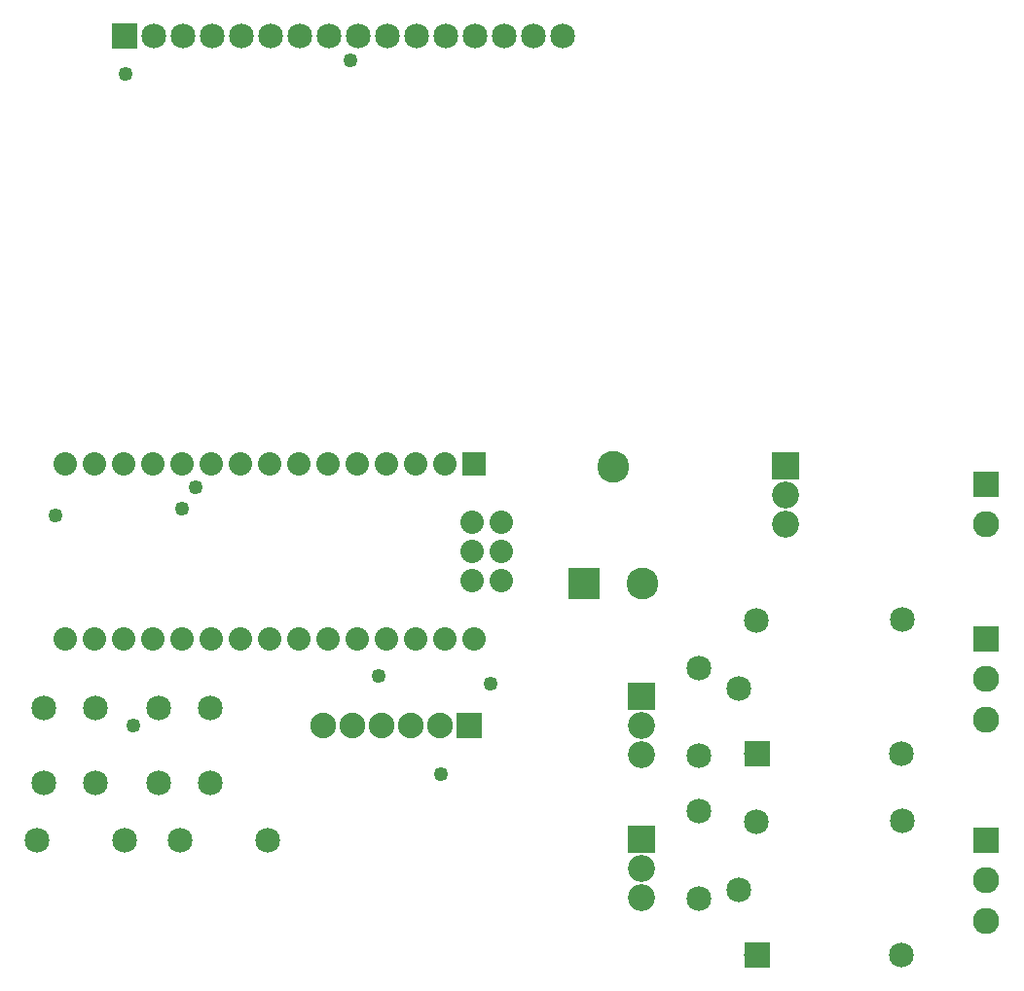
<source format=gts>
G04 MADE WITH FRITZING*
G04 WWW.FRITZING.ORG*
G04 DOUBLE SIDED*
G04 HOLES PLATED*
G04 CONTOUR ON CENTER OF CONTOUR VECTOR*
%ASAXBY*%
%FSLAX23Y23*%
%MOIN*%
%OFA0B0*%
%SFA1.0B1.0*%
%ADD10C,0.085000*%
%ADD11C,0.088000*%
%ADD12C,0.109000*%
%ADD13C,0.080000*%
%ADD14C,0.090000*%
%ADD15C,0.092000*%
%ADD16C,0.049370*%
%ADD17R,0.085000X0.085000*%
%ADD18R,0.088000X0.088000*%
%ADD19R,0.109000X0.109000*%
%ADD20R,0.080000X0.079958*%
%ADD21R,0.090000X0.090000*%
%ADD22R,0.092000X0.092000*%
%LNMASK1*%
G90*
G70*
G54D10*
X367Y3302D03*
X467Y3302D03*
X567Y3302D03*
X667Y3302D03*
X767Y3302D03*
X867Y3302D03*
X967Y3302D03*
X1067Y3302D03*
X1167Y3302D03*
X1267Y3302D03*
X1367Y3302D03*
X1467Y3302D03*
X1567Y3302D03*
X1667Y3302D03*
X1767Y3302D03*
X1867Y3302D03*
G54D11*
X1548Y940D03*
X1448Y940D03*
X1348Y940D03*
X1248Y940D03*
X1148Y940D03*
X1048Y940D03*
G54D12*
X2140Y1425D03*
X1940Y1425D03*
X2040Y1825D03*
G54D13*
X1563Y1835D03*
X1463Y1835D03*
X1363Y1835D03*
X1263Y1835D03*
X1163Y1835D03*
X1063Y1835D03*
X963Y1835D03*
X863Y1835D03*
X763Y1835D03*
X663Y1835D03*
X563Y1835D03*
X463Y1835D03*
X363Y1835D03*
X263Y1835D03*
X163Y1835D03*
X1563Y1235D03*
X1463Y1235D03*
X1363Y1235D03*
X1263Y1235D03*
X1163Y1235D03*
X1063Y1235D03*
X963Y1235D03*
X863Y1235D03*
X763Y1235D03*
X663Y1235D03*
X563Y1235D03*
X463Y1235D03*
X363Y1235D03*
X263Y1235D03*
X163Y1235D03*
X1659Y1635D03*
X1559Y1635D03*
X1659Y1535D03*
X1559Y1535D03*
X1659Y1434D03*
X1559Y1434D03*
G54D10*
X662Y999D03*
X662Y743D03*
X485Y999D03*
X485Y743D03*
X268Y999D03*
X268Y743D03*
X91Y999D03*
X91Y743D03*
X2532Y841D03*
X3026Y841D03*
X3031Y1302D03*
X2470Y1064D03*
X2532Y1297D03*
G54D14*
X3319Y546D03*
X3319Y408D03*
X3319Y270D03*
X3319Y1235D03*
X3319Y1097D03*
X3319Y959D03*
G54D10*
X67Y546D03*
X367Y546D03*
X559Y546D03*
X859Y546D03*
G54D14*
X3319Y1766D03*
X3319Y1629D03*
G54D15*
X2138Y547D03*
X2138Y447D03*
X2138Y347D03*
X2138Y1040D03*
X2138Y940D03*
X2138Y840D03*
G54D10*
X2335Y836D03*
X2335Y1136D03*
X2335Y344D03*
X2335Y644D03*
X2532Y152D03*
X3026Y152D03*
X3031Y613D03*
X2470Y375D03*
X2532Y608D03*
G54D15*
X2630Y1827D03*
X2630Y1727D03*
X2630Y1627D03*
G54D16*
X1452Y771D03*
X612Y1755D03*
X372Y3171D03*
X1620Y1083D03*
X132Y1659D03*
X1236Y1107D03*
X1140Y3219D03*
X396Y939D03*
X564Y1683D03*
G54D17*
X366Y3302D03*
G54D18*
X1548Y940D03*
G54D19*
X1940Y1425D03*
G54D20*
X1563Y1835D03*
G54D17*
X2533Y841D03*
G54D21*
X3319Y546D03*
X3319Y1235D03*
X3319Y1766D03*
G54D22*
X2138Y547D03*
X2138Y1040D03*
G54D17*
X2533Y152D03*
G54D22*
X2630Y1827D03*
G04 End of Mask1*
M02*
</source>
